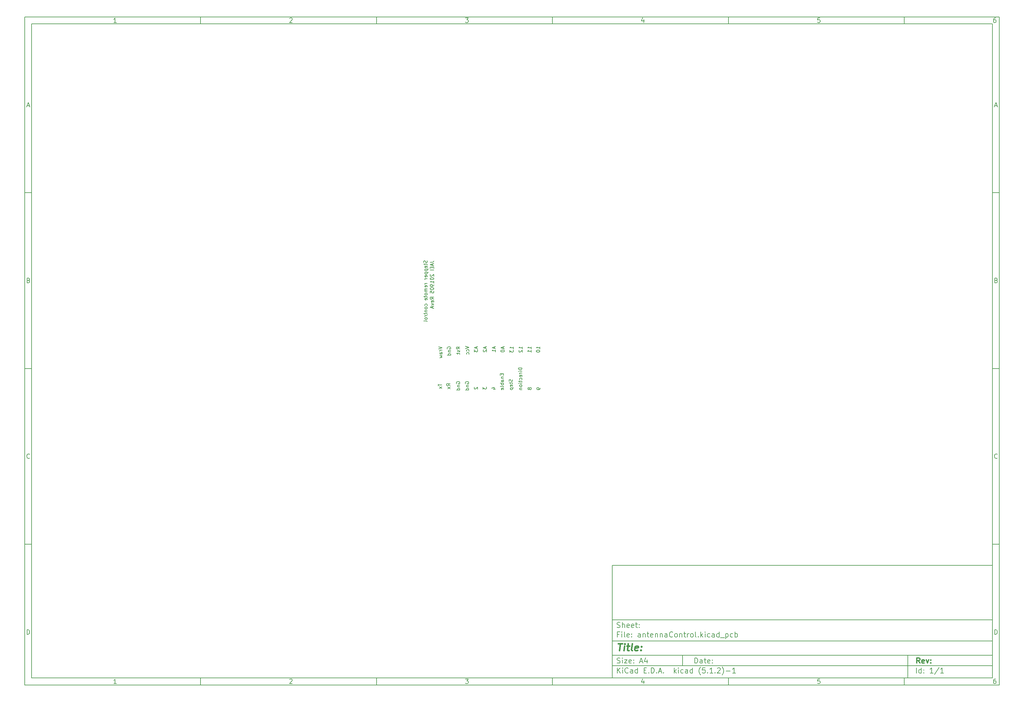
<source format=gbr>
G04 #@! TF.GenerationSoftware,KiCad,Pcbnew,(5.1.2)-1*
G04 #@! TF.CreationDate,2019-05-31T19:05:37+02:00*
G04 #@! TF.ProjectId,antennaControl,616e7465-6e6e-4614-936f-6e74726f6c2e,rev?*
G04 #@! TF.SameCoordinates,Original*
G04 #@! TF.FileFunction,Legend,Bot*
G04 #@! TF.FilePolarity,Positive*
%FSLAX46Y46*%
G04 Gerber Fmt 4.6, Leading zero omitted, Abs format (unit mm)*
G04 Created by KiCad (PCBNEW (5.1.2)-1) date 2019-05-31 19:05:37*
%MOMM*%
%LPD*%
G04 APERTURE LIST*
%ADD10C,0.100000*%
%ADD11C,0.150000*%
%ADD12C,0.300000*%
%ADD13C,0.400000*%
G04 APERTURE END LIST*
D10*
D11*
X177002200Y-166007200D02*
X177002200Y-198007200D01*
X285002200Y-198007200D01*
X285002200Y-166007200D01*
X177002200Y-166007200D01*
D10*
D11*
X10000000Y-10000000D02*
X10000000Y-200007200D01*
X287002200Y-200007200D01*
X287002200Y-10000000D01*
X10000000Y-10000000D01*
D10*
D11*
X12000000Y-12000000D02*
X12000000Y-198007200D01*
X285002200Y-198007200D01*
X285002200Y-12000000D01*
X12000000Y-12000000D01*
D10*
D11*
X60000000Y-12000000D02*
X60000000Y-10000000D01*
D10*
D11*
X110000000Y-12000000D02*
X110000000Y-10000000D01*
D10*
D11*
X160000000Y-12000000D02*
X160000000Y-10000000D01*
D10*
D11*
X210000000Y-12000000D02*
X210000000Y-10000000D01*
D10*
D11*
X260000000Y-12000000D02*
X260000000Y-10000000D01*
D10*
D11*
X36065476Y-11588095D02*
X35322619Y-11588095D01*
X35694047Y-11588095D02*
X35694047Y-10288095D01*
X35570238Y-10473809D01*
X35446428Y-10597619D01*
X35322619Y-10659523D01*
D10*
D11*
X85322619Y-10411904D02*
X85384523Y-10350000D01*
X85508333Y-10288095D01*
X85817857Y-10288095D01*
X85941666Y-10350000D01*
X86003571Y-10411904D01*
X86065476Y-10535714D01*
X86065476Y-10659523D01*
X86003571Y-10845238D01*
X85260714Y-11588095D01*
X86065476Y-11588095D01*
D10*
D11*
X135260714Y-10288095D02*
X136065476Y-10288095D01*
X135632142Y-10783333D01*
X135817857Y-10783333D01*
X135941666Y-10845238D01*
X136003571Y-10907142D01*
X136065476Y-11030952D01*
X136065476Y-11340476D01*
X136003571Y-11464285D01*
X135941666Y-11526190D01*
X135817857Y-11588095D01*
X135446428Y-11588095D01*
X135322619Y-11526190D01*
X135260714Y-11464285D01*
D10*
D11*
X185941666Y-10721428D02*
X185941666Y-11588095D01*
X185632142Y-10226190D02*
X185322619Y-11154761D01*
X186127380Y-11154761D01*
D10*
D11*
X236003571Y-10288095D02*
X235384523Y-10288095D01*
X235322619Y-10907142D01*
X235384523Y-10845238D01*
X235508333Y-10783333D01*
X235817857Y-10783333D01*
X235941666Y-10845238D01*
X236003571Y-10907142D01*
X236065476Y-11030952D01*
X236065476Y-11340476D01*
X236003571Y-11464285D01*
X235941666Y-11526190D01*
X235817857Y-11588095D01*
X235508333Y-11588095D01*
X235384523Y-11526190D01*
X235322619Y-11464285D01*
D10*
D11*
X285941666Y-10288095D02*
X285694047Y-10288095D01*
X285570238Y-10350000D01*
X285508333Y-10411904D01*
X285384523Y-10597619D01*
X285322619Y-10845238D01*
X285322619Y-11340476D01*
X285384523Y-11464285D01*
X285446428Y-11526190D01*
X285570238Y-11588095D01*
X285817857Y-11588095D01*
X285941666Y-11526190D01*
X286003571Y-11464285D01*
X286065476Y-11340476D01*
X286065476Y-11030952D01*
X286003571Y-10907142D01*
X285941666Y-10845238D01*
X285817857Y-10783333D01*
X285570238Y-10783333D01*
X285446428Y-10845238D01*
X285384523Y-10907142D01*
X285322619Y-11030952D01*
D10*
D11*
X60000000Y-198007200D02*
X60000000Y-200007200D01*
D10*
D11*
X110000000Y-198007200D02*
X110000000Y-200007200D01*
D10*
D11*
X160000000Y-198007200D02*
X160000000Y-200007200D01*
D10*
D11*
X210000000Y-198007200D02*
X210000000Y-200007200D01*
D10*
D11*
X260000000Y-198007200D02*
X260000000Y-200007200D01*
D10*
D11*
X36065476Y-199595295D02*
X35322619Y-199595295D01*
X35694047Y-199595295D02*
X35694047Y-198295295D01*
X35570238Y-198481009D01*
X35446428Y-198604819D01*
X35322619Y-198666723D01*
D10*
D11*
X85322619Y-198419104D02*
X85384523Y-198357200D01*
X85508333Y-198295295D01*
X85817857Y-198295295D01*
X85941666Y-198357200D01*
X86003571Y-198419104D01*
X86065476Y-198542914D01*
X86065476Y-198666723D01*
X86003571Y-198852438D01*
X85260714Y-199595295D01*
X86065476Y-199595295D01*
D10*
D11*
X135260714Y-198295295D02*
X136065476Y-198295295D01*
X135632142Y-198790533D01*
X135817857Y-198790533D01*
X135941666Y-198852438D01*
X136003571Y-198914342D01*
X136065476Y-199038152D01*
X136065476Y-199347676D01*
X136003571Y-199471485D01*
X135941666Y-199533390D01*
X135817857Y-199595295D01*
X135446428Y-199595295D01*
X135322619Y-199533390D01*
X135260714Y-199471485D01*
D10*
D11*
X185941666Y-198728628D02*
X185941666Y-199595295D01*
X185632142Y-198233390D02*
X185322619Y-199161961D01*
X186127380Y-199161961D01*
D10*
D11*
X236003571Y-198295295D02*
X235384523Y-198295295D01*
X235322619Y-198914342D01*
X235384523Y-198852438D01*
X235508333Y-198790533D01*
X235817857Y-198790533D01*
X235941666Y-198852438D01*
X236003571Y-198914342D01*
X236065476Y-199038152D01*
X236065476Y-199347676D01*
X236003571Y-199471485D01*
X235941666Y-199533390D01*
X235817857Y-199595295D01*
X235508333Y-199595295D01*
X235384523Y-199533390D01*
X235322619Y-199471485D01*
D10*
D11*
X285941666Y-198295295D02*
X285694047Y-198295295D01*
X285570238Y-198357200D01*
X285508333Y-198419104D01*
X285384523Y-198604819D01*
X285322619Y-198852438D01*
X285322619Y-199347676D01*
X285384523Y-199471485D01*
X285446428Y-199533390D01*
X285570238Y-199595295D01*
X285817857Y-199595295D01*
X285941666Y-199533390D01*
X286003571Y-199471485D01*
X286065476Y-199347676D01*
X286065476Y-199038152D01*
X286003571Y-198914342D01*
X285941666Y-198852438D01*
X285817857Y-198790533D01*
X285570238Y-198790533D01*
X285446428Y-198852438D01*
X285384523Y-198914342D01*
X285322619Y-199038152D01*
D10*
D11*
X10000000Y-60000000D02*
X12000000Y-60000000D01*
D10*
D11*
X10000000Y-110000000D02*
X12000000Y-110000000D01*
D10*
D11*
X10000000Y-160000000D02*
X12000000Y-160000000D01*
D10*
D11*
X10690476Y-35216666D02*
X11309523Y-35216666D01*
X10566666Y-35588095D02*
X11000000Y-34288095D01*
X11433333Y-35588095D01*
D10*
D11*
X11092857Y-84907142D02*
X11278571Y-84969047D01*
X11340476Y-85030952D01*
X11402380Y-85154761D01*
X11402380Y-85340476D01*
X11340476Y-85464285D01*
X11278571Y-85526190D01*
X11154761Y-85588095D01*
X10659523Y-85588095D01*
X10659523Y-84288095D01*
X11092857Y-84288095D01*
X11216666Y-84350000D01*
X11278571Y-84411904D01*
X11340476Y-84535714D01*
X11340476Y-84659523D01*
X11278571Y-84783333D01*
X11216666Y-84845238D01*
X11092857Y-84907142D01*
X10659523Y-84907142D01*
D10*
D11*
X11402380Y-135464285D02*
X11340476Y-135526190D01*
X11154761Y-135588095D01*
X11030952Y-135588095D01*
X10845238Y-135526190D01*
X10721428Y-135402380D01*
X10659523Y-135278571D01*
X10597619Y-135030952D01*
X10597619Y-134845238D01*
X10659523Y-134597619D01*
X10721428Y-134473809D01*
X10845238Y-134350000D01*
X11030952Y-134288095D01*
X11154761Y-134288095D01*
X11340476Y-134350000D01*
X11402380Y-134411904D01*
D10*
D11*
X10659523Y-185588095D02*
X10659523Y-184288095D01*
X10969047Y-184288095D01*
X11154761Y-184350000D01*
X11278571Y-184473809D01*
X11340476Y-184597619D01*
X11402380Y-184845238D01*
X11402380Y-185030952D01*
X11340476Y-185278571D01*
X11278571Y-185402380D01*
X11154761Y-185526190D01*
X10969047Y-185588095D01*
X10659523Y-185588095D01*
D10*
D11*
X287002200Y-60000000D02*
X285002200Y-60000000D01*
D10*
D11*
X287002200Y-110000000D02*
X285002200Y-110000000D01*
D10*
D11*
X287002200Y-160000000D02*
X285002200Y-160000000D01*
D10*
D11*
X285692676Y-35216666D02*
X286311723Y-35216666D01*
X285568866Y-35588095D02*
X286002200Y-34288095D01*
X286435533Y-35588095D01*
D10*
D11*
X286095057Y-84907142D02*
X286280771Y-84969047D01*
X286342676Y-85030952D01*
X286404580Y-85154761D01*
X286404580Y-85340476D01*
X286342676Y-85464285D01*
X286280771Y-85526190D01*
X286156961Y-85588095D01*
X285661723Y-85588095D01*
X285661723Y-84288095D01*
X286095057Y-84288095D01*
X286218866Y-84350000D01*
X286280771Y-84411904D01*
X286342676Y-84535714D01*
X286342676Y-84659523D01*
X286280771Y-84783333D01*
X286218866Y-84845238D01*
X286095057Y-84907142D01*
X285661723Y-84907142D01*
D10*
D11*
X286404580Y-135464285D02*
X286342676Y-135526190D01*
X286156961Y-135588095D01*
X286033152Y-135588095D01*
X285847438Y-135526190D01*
X285723628Y-135402380D01*
X285661723Y-135278571D01*
X285599819Y-135030952D01*
X285599819Y-134845238D01*
X285661723Y-134597619D01*
X285723628Y-134473809D01*
X285847438Y-134350000D01*
X286033152Y-134288095D01*
X286156961Y-134288095D01*
X286342676Y-134350000D01*
X286404580Y-134411904D01*
D10*
D11*
X285661723Y-185588095D02*
X285661723Y-184288095D01*
X285971247Y-184288095D01*
X286156961Y-184350000D01*
X286280771Y-184473809D01*
X286342676Y-184597619D01*
X286404580Y-184845238D01*
X286404580Y-185030952D01*
X286342676Y-185278571D01*
X286280771Y-185402380D01*
X286156961Y-185526190D01*
X285971247Y-185588095D01*
X285661723Y-185588095D01*
D10*
D11*
X200434342Y-193785771D02*
X200434342Y-192285771D01*
X200791485Y-192285771D01*
X201005771Y-192357200D01*
X201148628Y-192500057D01*
X201220057Y-192642914D01*
X201291485Y-192928628D01*
X201291485Y-193142914D01*
X201220057Y-193428628D01*
X201148628Y-193571485D01*
X201005771Y-193714342D01*
X200791485Y-193785771D01*
X200434342Y-193785771D01*
X202577200Y-193785771D02*
X202577200Y-193000057D01*
X202505771Y-192857200D01*
X202362914Y-192785771D01*
X202077200Y-192785771D01*
X201934342Y-192857200D01*
X202577200Y-193714342D02*
X202434342Y-193785771D01*
X202077200Y-193785771D01*
X201934342Y-193714342D01*
X201862914Y-193571485D01*
X201862914Y-193428628D01*
X201934342Y-193285771D01*
X202077200Y-193214342D01*
X202434342Y-193214342D01*
X202577200Y-193142914D01*
X203077200Y-192785771D02*
X203648628Y-192785771D01*
X203291485Y-192285771D02*
X203291485Y-193571485D01*
X203362914Y-193714342D01*
X203505771Y-193785771D01*
X203648628Y-193785771D01*
X204720057Y-193714342D02*
X204577200Y-193785771D01*
X204291485Y-193785771D01*
X204148628Y-193714342D01*
X204077200Y-193571485D01*
X204077200Y-193000057D01*
X204148628Y-192857200D01*
X204291485Y-192785771D01*
X204577200Y-192785771D01*
X204720057Y-192857200D01*
X204791485Y-193000057D01*
X204791485Y-193142914D01*
X204077200Y-193285771D01*
X205434342Y-193642914D02*
X205505771Y-193714342D01*
X205434342Y-193785771D01*
X205362914Y-193714342D01*
X205434342Y-193642914D01*
X205434342Y-193785771D01*
X205434342Y-192857200D02*
X205505771Y-192928628D01*
X205434342Y-193000057D01*
X205362914Y-192928628D01*
X205434342Y-192857200D01*
X205434342Y-193000057D01*
D10*
D11*
X177002200Y-194507200D02*
X285002200Y-194507200D01*
D10*
D11*
X178434342Y-196585771D02*
X178434342Y-195085771D01*
X179291485Y-196585771D02*
X178648628Y-195728628D01*
X179291485Y-195085771D02*
X178434342Y-195942914D01*
X179934342Y-196585771D02*
X179934342Y-195585771D01*
X179934342Y-195085771D02*
X179862914Y-195157200D01*
X179934342Y-195228628D01*
X180005771Y-195157200D01*
X179934342Y-195085771D01*
X179934342Y-195228628D01*
X181505771Y-196442914D02*
X181434342Y-196514342D01*
X181220057Y-196585771D01*
X181077200Y-196585771D01*
X180862914Y-196514342D01*
X180720057Y-196371485D01*
X180648628Y-196228628D01*
X180577200Y-195942914D01*
X180577200Y-195728628D01*
X180648628Y-195442914D01*
X180720057Y-195300057D01*
X180862914Y-195157200D01*
X181077200Y-195085771D01*
X181220057Y-195085771D01*
X181434342Y-195157200D01*
X181505771Y-195228628D01*
X182791485Y-196585771D02*
X182791485Y-195800057D01*
X182720057Y-195657200D01*
X182577200Y-195585771D01*
X182291485Y-195585771D01*
X182148628Y-195657200D01*
X182791485Y-196514342D02*
X182648628Y-196585771D01*
X182291485Y-196585771D01*
X182148628Y-196514342D01*
X182077200Y-196371485D01*
X182077200Y-196228628D01*
X182148628Y-196085771D01*
X182291485Y-196014342D01*
X182648628Y-196014342D01*
X182791485Y-195942914D01*
X184148628Y-196585771D02*
X184148628Y-195085771D01*
X184148628Y-196514342D02*
X184005771Y-196585771D01*
X183720057Y-196585771D01*
X183577200Y-196514342D01*
X183505771Y-196442914D01*
X183434342Y-196300057D01*
X183434342Y-195871485D01*
X183505771Y-195728628D01*
X183577200Y-195657200D01*
X183720057Y-195585771D01*
X184005771Y-195585771D01*
X184148628Y-195657200D01*
X186005771Y-195800057D02*
X186505771Y-195800057D01*
X186720057Y-196585771D02*
X186005771Y-196585771D01*
X186005771Y-195085771D01*
X186720057Y-195085771D01*
X187362914Y-196442914D02*
X187434342Y-196514342D01*
X187362914Y-196585771D01*
X187291485Y-196514342D01*
X187362914Y-196442914D01*
X187362914Y-196585771D01*
X188077200Y-196585771D02*
X188077200Y-195085771D01*
X188434342Y-195085771D01*
X188648628Y-195157200D01*
X188791485Y-195300057D01*
X188862914Y-195442914D01*
X188934342Y-195728628D01*
X188934342Y-195942914D01*
X188862914Y-196228628D01*
X188791485Y-196371485D01*
X188648628Y-196514342D01*
X188434342Y-196585771D01*
X188077200Y-196585771D01*
X189577200Y-196442914D02*
X189648628Y-196514342D01*
X189577200Y-196585771D01*
X189505771Y-196514342D01*
X189577200Y-196442914D01*
X189577200Y-196585771D01*
X190220057Y-196157200D02*
X190934342Y-196157200D01*
X190077200Y-196585771D02*
X190577200Y-195085771D01*
X191077200Y-196585771D01*
X191577200Y-196442914D02*
X191648628Y-196514342D01*
X191577200Y-196585771D01*
X191505771Y-196514342D01*
X191577200Y-196442914D01*
X191577200Y-196585771D01*
X194577200Y-196585771D02*
X194577200Y-195085771D01*
X194720057Y-196014342D02*
X195148628Y-196585771D01*
X195148628Y-195585771D02*
X194577200Y-196157200D01*
X195791485Y-196585771D02*
X195791485Y-195585771D01*
X195791485Y-195085771D02*
X195720057Y-195157200D01*
X195791485Y-195228628D01*
X195862914Y-195157200D01*
X195791485Y-195085771D01*
X195791485Y-195228628D01*
X197148628Y-196514342D02*
X197005771Y-196585771D01*
X196720057Y-196585771D01*
X196577200Y-196514342D01*
X196505771Y-196442914D01*
X196434342Y-196300057D01*
X196434342Y-195871485D01*
X196505771Y-195728628D01*
X196577200Y-195657200D01*
X196720057Y-195585771D01*
X197005771Y-195585771D01*
X197148628Y-195657200D01*
X198434342Y-196585771D02*
X198434342Y-195800057D01*
X198362914Y-195657200D01*
X198220057Y-195585771D01*
X197934342Y-195585771D01*
X197791485Y-195657200D01*
X198434342Y-196514342D02*
X198291485Y-196585771D01*
X197934342Y-196585771D01*
X197791485Y-196514342D01*
X197720057Y-196371485D01*
X197720057Y-196228628D01*
X197791485Y-196085771D01*
X197934342Y-196014342D01*
X198291485Y-196014342D01*
X198434342Y-195942914D01*
X199791485Y-196585771D02*
X199791485Y-195085771D01*
X199791485Y-196514342D02*
X199648628Y-196585771D01*
X199362914Y-196585771D01*
X199220057Y-196514342D01*
X199148628Y-196442914D01*
X199077200Y-196300057D01*
X199077200Y-195871485D01*
X199148628Y-195728628D01*
X199220057Y-195657200D01*
X199362914Y-195585771D01*
X199648628Y-195585771D01*
X199791485Y-195657200D01*
X202077200Y-197157200D02*
X202005771Y-197085771D01*
X201862914Y-196871485D01*
X201791485Y-196728628D01*
X201720057Y-196514342D01*
X201648628Y-196157200D01*
X201648628Y-195871485D01*
X201720057Y-195514342D01*
X201791485Y-195300057D01*
X201862914Y-195157200D01*
X202005771Y-194942914D01*
X202077200Y-194871485D01*
X203362914Y-195085771D02*
X202648628Y-195085771D01*
X202577200Y-195800057D01*
X202648628Y-195728628D01*
X202791485Y-195657200D01*
X203148628Y-195657200D01*
X203291485Y-195728628D01*
X203362914Y-195800057D01*
X203434342Y-195942914D01*
X203434342Y-196300057D01*
X203362914Y-196442914D01*
X203291485Y-196514342D01*
X203148628Y-196585771D01*
X202791485Y-196585771D01*
X202648628Y-196514342D01*
X202577200Y-196442914D01*
X204077200Y-196442914D02*
X204148628Y-196514342D01*
X204077200Y-196585771D01*
X204005771Y-196514342D01*
X204077200Y-196442914D01*
X204077200Y-196585771D01*
X205577200Y-196585771D02*
X204720057Y-196585771D01*
X205148628Y-196585771D02*
X205148628Y-195085771D01*
X205005771Y-195300057D01*
X204862914Y-195442914D01*
X204720057Y-195514342D01*
X206220057Y-196442914D02*
X206291485Y-196514342D01*
X206220057Y-196585771D01*
X206148628Y-196514342D01*
X206220057Y-196442914D01*
X206220057Y-196585771D01*
X206862914Y-195228628D02*
X206934342Y-195157200D01*
X207077200Y-195085771D01*
X207434342Y-195085771D01*
X207577200Y-195157200D01*
X207648628Y-195228628D01*
X207720057Y-195371485D01*
X207720057Y-195514342D01*
X207648628Y-195728628D01*
X206791485Y-196585771D01*
X207720057Y-196585771D01*
X208220057Y-197157200D02*
X208291485Y-197085771D01*
X208434342Y-196871485D01*
X208505771Y-196728628D01*
X208577200Y-196514342D01*
X208648628Y-196157200D01*
X208648628Y-195871485D01*
X208577200Y-195514342D01*
X208505771Y-195300057D01*
X208434342Y-195157200D01*
X208291485Y-194942914D01*
X208220057Y-194871485D01*
X209362914Y-196014342D02*
X210505771Y-196014342D01*
X212005771Y-196585771D02*
X211148628Y-196585771D01*
X211577200Y-196585771D02*
X211577200Y-195085771D01*
X211434342Y-195300057D01*
X211291485Y-195442914D01*
X211148628Y-195514342D01*
D10*
D11*
X177002200Y-191507200D02*
X285002200Y-191507200D01*
D10*
D12*
X264411485Y-193785771D02*
X263911485Y-193071485D01*
X263554342Y-193785771D02*
X263554342Y-192285771D01*
X264125771Y-192285771D01*
X264268628Y-192357200D01*
X264340057Y-192428628D01*
X264411485Y-192571485D01*
X264411485Y-192785771D01*
X264340057Y-192928628D01*
X264268628Y-193000057D01*
X264125771Y-193071485D01*
X263554342Y-193071485D01*
X265625771Y-193714342D02*
X265482914Y-193785771D01*
X265197200Y-193785771D01*
X265054342Y-193714342D01*
X264982914Y-193571485D01*
X264982914Y-193000057D01*
X265054342Y-192857200D01*
X265197200Y-192785771D01*
X265482914Y-192785771D01*
X265625771Y-192857200D01*
X265697200Y-193000057D01*
X265697200Y-193142914D01*
X264982914Y-193285771D01*
X266197200Y-192785771D02*
X266554342Y-193785771D01*
X266911485Y-192785771D01*
X267482914Y-193642914D02*
X267554342Y-193714342D01*
X267482914Y-193785771D01*
X267411485Y-193714342D01*
X267482914Y-193642914D01*
X267482914Y-193785771D01*
X267482914Y-192857200D02*
X267554342Y-192928628D01*
X267482914Y-193000057D01*
X267411485Y-192928628D01*
X267482914Y-192857200D01*
X267482914Y-193000057D01*
D10*
D11*
X178362914Y-193714342D02*
X178577200Y-193785771D01*
X178934342Y-193785771D01*
X179077200Y-193714342D01*
X179148628Y-193642914D01*
X179220057Y-193500057D01*
X179220057Y-193357200D01*
X179148628Y-193214342D01*
X179077200Y-193142914D01*
X178934342Y-193071485D01*
X178648628Y-193000057D01*
X178505771Y-192928628D01*
X178434342Y-192857200D01*
X178362914Y-192714342D01*
X178362914Y-192571485D01*
X178434342Y-192428628D01*
X178505771Y-192357200D01*
X178648628Y-192285771D01*
X179005771Y-192285771D01*
X179220057Y-192357200D01*
X179862914Y-193785771D02*
X179862914Y-192785771D01*
X179862914Y-192285771D02*
X179791485Y-192357200D01*
X179862914Y-192428628D01*
X179934342Y-192357200D01*
X179862914Y-192285771D01*
X179862914Y-192428628D01*
X180434342Y-192785771D02*
X181220057Y-192785771D01*
X180434342Y-193785771D01*
X181220057Y-193785771D01*
X182362914Y-193714342D02*
X182220057Y-193785771D01*
X181934342Y-193785771D01*
X181791485Y-193714342D01*
X181720057Y-193571485D01*
X181720057Y-193000057D01*
X181791485Y-192857200D01*
X181934342Y-192785771D01*
X182220057Y-192785771D01*
X182362914Y-192857200D01*
X182434342Y-193000057D01*
X182434342Y-193142914D01*
X181720057Y-193285771D01*
X183077200Y-193642914D02*
X183148628Y-193714342D01*
X183077200Y-193785771D01*
X183005771Y-193714342D01*
X183077200Y-193642914D01*
X183077200Y-193785771D01*
X183077200Y-192857200D02*
X183148628Y-192928628D01*
X183077200Y-193000057D01*
X183005771Y-192928628D01*
X183077200Y-192857200D01*
X183077200Y-193000057D01*
X184862914Y-193357200D02*
X185577200Y-193357200D01*
X184720057Y-193785771D02*
X185220057Y-192285771D01*
X185720057Y-193785771D01*
X186862914Y-192785771D02*
X186862914Y-193785771D01*
X186505771Y-192214342D02*
X186148628Y-193285771D01*
X187077200Y-193285771D01*
D10*
D11*
X263434342Y-196585771D02*
X263434342Y-195085771D01*
X264791485Y-196585771D02*
X264791485Y-195085771D01*
X264791485Y-196514342D02*
X264648628Y-196585771D01*
X264362914Y-196585771D01*
X264220057Y-196514342D01*
X264148628Y-196442914D01*
X264077200Y-196300057D01*
X264077200Y-195871485D01*
X264148628Y-195728628D01*
X264220057Y-195657200D01*
X264362914Y-195585771D01*
X264648628Y-195585771D01*
X264791485Y-195657200D01*
X265505771Y-196442914D02*
X265577200Y-196514342D01*
X265505771Y-196585771D01*
X265434342Y-196514342D01*
X265505771Y-196442914D01*
X265505771Y-196585771D01*
X265505771Y-195657200D02*
X265577200Y-195728628D01*
X265505771Y-195800057D01*
X265434342Y-195728628D01*
X265505771Y-195657200D01*
X265505771Y-195800057D01*
X268148628Y-196585771D02*
X267291485Y-196585771D01*
X267720057Y-196585771D02*
X267720057Y-195085771D01*
X267577200Y-195300057D01*
X267434342Y-195442914D01*
X267291485Y-195514342D01*
X269862914Y-195014342D02*
X268577200Y-196942914D01*
X271148628Y-196585771D02*
X270291485Y-196585771D01*
X270720057Y-196585771D02*
X270720057Y-195085771D01*
X270577200Y-195300057D01*
X270434342Y-195442914D01*
X270291485Y-195514342D01*
D10*
D11*
X177002200Y-187507200D02*
X285002200Y-187507200D01*
D10*
D13*
X178714580Y-188211961D02*
X179857438Y-188211961D01*
X179036009Y-190211961D02*
X179286009Y-188211961D01*
X180274104Y-190211961D02*
X180440771Y-188878628D01*
X180524104Y-188211961D02*
X180416961Y-188307200D01*
X180500295Y-188402438D01*
X180607438Y-188307200D01*
X180524104Y-188211961D01*
X180500295Y-188402438D01*
X181107438Y-188878628D02*
X181869342Y-188878628D01*
X181476485Y-188211961D02*
X181262200Y-189926247D01*
X181333628Y-190116723D01*
X181512200Y-190211961D01*
X181702676Y-190211961D01*
X182655057Y-190211961D02*
X182476485Y-190116723D01*
X182405057Y-189926247D01*
X182619342Y-188211961D01*
X184190771Y-190116723D02*
X183988390Y-190211961D01*
X183607438Y-190211961D01*
X183428866Y-190116723D01*
X183357438Y-189926247D01*
X183452676Y-189164342D01*
X183571723Y-188973866D01*
X183774104Y-188878628D01*
X184155057Y-188878628D01*
X184333628Y-188973866D01*
X184405057Y-189164342D01*
X184381247Y-189354819D01*
X183405057Y-189545295D01*
X185155057Y-190021485D02*
X185238390Y-190116723D01*
X185131247Y-190211961D01*
X185047914Y-190116723D01*
X185155057Y-190021485D01*
X185131247Y-190211961D01*
X185286009Y-188973866D02*
X185369342Y-189069104D01*
X185262200Y-189164342D01*
X185178866Y-189069104D01*
X185286009Y-188973866D01*
X185262200Y-189164342D01*
D10*
D11*
X178934342Y-185600057D02*
X178434342Y-185600057D01*
X178434342Y-186385771D02*
X178434342Y-184885771D01*
X179148628Y-184885771D01*
X179720057Y-186385771D02*
X179720057Y-185385771D01*
X179720057Y-184885771D02*
X179648628Y-184957200D01*
X179720057Y-185028628D01*
X179791485Y-184957200D01*
X179720057Y-184885771D01*
X179720057Y-185028628D01*
X180648628Y-186385771D02*
X180505771Y-186314342D01*
X180434342Y-186171485D01*
X180434342Y-184885771D01*
X181791485Y-186314342D02*
X181648628Y-186385771D01*
X181362914Y-186385771D01*
X181220057Y-186314342D01*
X181148628Y-186171485D01*
X181148628Y-185600057D01*
X181220057Y-185457200D01*
X181362914Y-185385771D01*
X181648628Y-185385771D01*
X181791485Y-185457200D01*
X181862914Y-185600057D01*
X181862914Y-185742914D01*
X181148628Y-185885771D01*
X182505771Y-186242914D02*
X182577200Y-186314342D01*
X182505771Y-186385771D01*
X182434342Y-186314342D01*
X182505771Y-186242914D01*
X182505771Y-186385771D01*
X182505771Y-185457200D02*
X182577200Y-185528628D01*
X182505771Y-185600057D01*
X182434342Y-185528628D01*
X182505771Y-185457200D01*
X182505771Y-185600057D01*
X185005771Y-186385771D02*
X185005771Y-185600057D01*
X184934342Y-185457200D01*
X184791485Y-185385771D01*
X184505771Y-185385771D01*
X184362914Y-185457200D01*
X185005771Y-186314342D02*
X184862914Y-186385771D01*
X184505771Y-186385771D01*
X184362914Y-186314342D01*
X184291485Y-186171485D01*
X184291485Y-186028628D01*
X184362914Y-185885771D01*
X184505771Y-185814342D01*
X184862914Y-185814342D01*
X185005771Y-185742914D01*
X185720057Y-185385771D02*
X185720057Y-186385771D01*
X185720057Y-185528628D02*
X185791485Y-185457200D01*
X185934342Y-185385771D01*
X186148628Y-185385771D01*
X186291485Y-185457200D01*
X186362914Y-185600057D01*
X186362914Y-186385771D01*
X186862914Y-185385771D02*
X187434342Y-185385771D01*
X187077200Y-184885771D02*
X187077200Y-186171485D01*
X187148628Y-186314342D01*
X187291485Y-186385771D01*
X187434342Y-186385771D01*
X188505771Y-186314342D02*
X188362914Y-186385771D01*
X188077200Y-186385771D01*
X187934342Y-186314342D01*
X187862914Y-186171485D01*
X187862914Y-185600057D01*
X187934342Y-185457200D01*
X188077200Y-185385771D01*
X188362914Y-185385771D01*
X188505771Y-185457200D01*
X188577200Y-185600057D01*
X188577200Y-185742914D01*
X187862914Y-185885771D01*
X189220057Y-185385771D02*
X189220057Y-186385771D01*
X189220057Y-185528628D02*
X189291485Y-185457200D01*
X189434342Y-185385771D01*
X189648628Y-185385771D01*
X189791485Y-185457200D01*
X189862914Y-185600057D01*
X189862914Y-186385771D01*
X190577200Y-185385771D02*
X190577200Y-186385771D01*
X190577200Y-185528628D02*
X190648628Y-185457200D01*
X190791485Y-185385771D01*
X191005771Y-185385771D01*
X191148628Y-185457200D01*
X191220057Y-185600057D01*
X191220057Y-186385771D01*
X192577200Y-186385771D02*
X192577200Y-185600057D01*
X192505771Y-185457200D01*
X192362914Y-185385771D01*
X192077200Y-185385771D01*
X191934342Y-185457200D01*
X192577200Y-186314342D02*
X192434342Y-186385771D01*
X192077200Y-186385771D01*
X191934342Y-186314342D01*
X191862914Y-186171485D01*
X191862914Y-186028628D01*
X191934342Y-185885771D01*
X192077200Y-185814342D01*
X192434342Y-185814342D01*
X192577200Y-185742914D01*
X194148628Y-186242914D02*
X194077200Y-186314342D01*
X193862914Y-186385771D01*
X193720057Y-186385771D01*
X193505771Y-186314342D01*
X193362914Y-186171485D01*
X193291485Y-186028628D01*
X193220057Y-185742914D01*
X193220057Y-185528628D01*
X193291485Y-185242914D01*
X193362914Y-185100057D01*
X193505771Y-184957200D01*
X193720057Y-184885771D01*
X193862914Y-184885771D01*
X194077200Y-184957200D01*
X194148628Y-185028628D01*
X195005771Y-186385771D02*
X194862914Y-186314342D01*
X194791485Y-186242914D01*
X194720057Y-186100057D01*
X194720057Y-185671485D01*
X194791485Y-185528628D01*
X194862914Y-185457200D01*
X195005771Y-185385771D01*
X195220057Y-185385771D01*
X195362914Y-185457200D01*
X195434342Y-185528628D01*
X195505771Y-185671485D01*
X195505771Y-186100057D01*
X195434342Y-186242914D01*
X195362914Y-186314342D01*
X195220057Y-186385771D01*
X195005771Y-186385771D01*
X196148628Y-185385771D02*
X196148628Y-186385771D01*
X196148628Y-185528628D02*
X196220057Y-185457200D01*
X196362914Y-185385771D01*
X196577200Y-185385771D01*
X196720057Y-185457200D01*
X196791485Y-185600057D01*
X196791485Y-186385771D01*
X197291485Y-185385771D02*
X197862914Y-185385771D01*
X197505771Y-184885771D02*
X197505771Y-186171485D01*
X197577200Y-186314342D01*
X197720057Y-186385771D01*
X197862914Y-186385771D01*
X198362914Y-186385771D02*
X198362914Y-185385771D01*
X198362914Y-185671485D02*
X198434342Y-185528628D01*
X198505771Y-185457200D01*
X198648628Y-185385771D01*
X198791485Y-185385771D01*
X199505771Y-186385771D02*
X199362914Y-186314342D01*
X199291485Y-186242914D01*
X199220057Y-186100057D01*
X199220057Y-185671485D01*
X199291485Y-185528628D01*
X199362914Y-185457200D01*
X199505771Y-185385771D01*
X199720057Y-185385771D01*
X199862914Y-185457200D01*
X199934342Y-185528628D01*
X200005771Y-185671485D01*
X200005771Y-186100057D01*
X199934342Y-186242914D01*
X199862914Y-186314342D01*
X199720057Y-186385771D01*
X199505771Y-186385771D01*
X200862914Y-186385771D02*
X200720057Y-186314342D01*
X200648628Y-186171485D01*
X200648628Y-184885771D01*
X201434342Y-186242914D02*
X201505771Y-186314342D01*
X201434342Y-186385771D01*
X201362914Y-186314342D01*
X201434342Y-186242914D01*
X201434342Y-186385771D01*
X202148628Y-186385771D02*
X202148628Y-184885771D01*
X202291485Y-185814342D02*
X202720057Y-186385771D01*
X202720057Y-185385771D02*
X202148628Y-185957200D01*
X203362914Y-186385771D02*
X203362914Y-185385771D01*
X203362914Y-184885771D02*
X203291485Y-184957200D01*
X203362914Y-185028628D01*
X203434342Y-184957200D01*
X203362914Y-184885771D01*
X203362914Y-185028628D01*
X204720057Y-186314342D02*
X204577200Y-186385771D01*
X204291485Y-186385771D01*
X204148628Y-186314342D01*
X204077200Y-186242914D01*
X204005771Y-186100057D01*
X204005771Y-185671485D01*
X204077200Y-185528628D01*
X204148628Y-185457200D01*
X204291485Y-185385771D01*
X204577200Y-185385771D01*
X204720057Y-185457200D01*
X206005771Y-186385771D02*
X206005771Y-185600057D01*
X205934342Y-185457200D01*
X205791485Y-185385771D01*
X205505771Y-185385771D01*
X205362914Y-185457200D01*
X206005771Y-186314342D02*
X205862914Y-186385771D01*
X205505771Y-186385771D01*
X205362914Y-186314342D01*
X205291485Y-186171485D01*
X205291485Y-186028628D01*
X205362914Y-185885771D01*
X205505771Y-185814342D01*
X205862914Y-185814342D01*
X206005771Y-185742914D01*
X207362914Y-186385771D02*
X207362914Y-184885771D01*
X207362914Y-186314342D02*
X207220057Y-186385771D01*
X206934342Y-186385771D01*
X206791485Y-186314342D01*
X206720057Y-186242914D01*
X206648628Y-186100057D01*
X206648628Y-185671485D01*
X206720057Y-185528628D01*
X206791485Y-185457200D01*
X206934342Y-185385771D01*
X207220057Y-185385771D01*
X207362914Y-185457200D01*
X207720057Y-186528628D02*
X208862914Y-186528628D01*
X209220057Y-185385771D02*
X209220057Y-186885771D01*
X209220057Y-185457200D02*
X209362914Y-185385771D01*
X209648628Y-185385771D01*
X209791485Y-185457200D01*
X209862914Y-185528628D01*
X209934342Y-185671485D01*
X209934342Y-186100057D01*
X209862914Y-186242914D01*
X209791485Y-186314342D01*
X209648628Y-186385771D01*
X209362914Y-186385771D01*
X209220057Y-186314342D01*
X211220057Y-186314342D02*
X211077200Y-186385771D01*
X210791485Y-186385771D01*
X210648628Y-186314342D01*
X210577200Y-186242914D01*
X210505771Y-186100057D01*
X210505771Y-185671485D01*
X210577200Y-185528628D01*
X210648628Y-185457200D01*
X210791485Y-185385771D01*
X211077200Y-185385771D01*
X211220057Y-185457200D01*
X211862914Y-186385771D02*
X211862914Y-184885771D01*
X211862914Y-185457200D02*
X212005771Y-185385771D01*
X212291485Y-185385771D01*
X212434342Y-185457200D01*
X212505771Y-185528628D01*
X212577200Y-185671485D01*
X212577200Y-186100057D01*
X212505771Y-186242914D01*
X212434342Y-186314342D01*
X212291485Y-186385771D01*
X212005771Y-186385771D01*
X211862914Y-186314342D01*
D10*
D11*
X177002200Y-181507200D02*
X285002200Y-181507200D01*
D10*
D11*
X178362914Y-183614342D02*
X178577200Y-183685771D01*
X178934342Y-183685771D01*
X179077200Y-183614342D01*
X179148628Y-183542914D01*
X179220057Y-183400057D01*
X179220057Y-183257200D01*
X179148628Y-183114342D01*
X179077200Y-183042914D01*
X178934342Y-182971485D01*
X178648628Y-182900057D01*
X178505771Y-182828628D01*
X178434342Y-182757200D01*
X178362914Y-182614342D01*
X178362914Y-182471485D01*
X178434342Y-182328628D01*
X178505771Y-182257200D01*
X178648628Y-182185771D01*
X179005771Y-182185771D01*
X179220057Y-182257200D01*
X179862914Y-183685771D02*
X179862914Y-182185771D01*
X180505771Y-183685771D02*
X180505771Y-182900057D01*
X180434342Y-182757200D01*
X180291485Y-182685771D01*
X180077200Y-182685771D01*
X179934342Y-182757200D01*
X179862914Y-182828628D01*
X181791485Y-183614342D02*
X181648628Y-183685771D01*
X181362914Y-183685771D01*
X181220057Y-183614342D01*
X181148628Y-183471485D01*
X181148628Y-182900057D01*
X181220057Y-182757200D01*
X181362914Y-182685771D01*
X181648628Y-182685771D01*
X181791485Y-182757200D01*
X181862914Y-182900057D01*
X181862914Y-183042914D01*
X181148628Y-183185771D01*
X183077200Y-183614342D02*
X182934342Y-183685771D01*
X182648628Y-183685771D01*
X182505771Y-183614342D01*
X182434342Y-183471485D01*
X182434342Y-182900057D01*
X182505771Y-182757200D01*
X182648628Y-182685771D01*
X182934342Y-182685771D01*
X183077200Y-182757200D01*
X183148628Y-182900057D01*
X183148628Y-183042914D01*
X182434342Y-183185771D01*
X183577200Y-182685771D02*
X184148628Y-182685771D01*
X183791485Y-182185771D02*
X183791485Y-183471485D01*
X183862914Y-183614342D01*
X184005771Y-183685771D01*
X184148628Y-183685771D01*
X184648628Y-183542914D02*
X184720057Y-183614342D01*
X184648628Y-183685771D01*
X184577200Y-183614342D01*
X184648628Y-183542914D01*
X184648628Y-183685771D01*
X184648628Y-182757200D02*
X184720057Y-182828628D01*
X184648628Y-182900057D01*
X184577200Y-182828628D01*
X184648628Y-182757200D01*
X184648628Y-182900057D01*
D10*
D11*
X197002200Y-191507200D02*
X197002200Y-194507200D01*
D10*
D11*
X261002200Y-191507200D02*
X261002200Y-198007200D01*
X127658880Y-103790952D02*
X128658880Y-104124285D01*
X127658880Y-104457619D01*
X128658880Y-104790952D02*
X127992214Y-104790952D01*
X128182690Y-104790952D02*
X128087452Y-104838571D01*
X128039833Y-104886190D01*
X127992214Y-104981428D01*
X127992214Y-105076666D01*
X128658880Y-105838571D02*
X128135071Y-105838571D01*
X128039833Y-105790952D01*
X127992214Y-105695714D01*
X127992214Y-105505238D01*
X128039833Y-105410000D01*
X128611261Y-105838571D02*
X128658880Y-105743333D01*
X128658880Y-105505238D01*
X128611261Y-105410000D01*
X128516023Y-105362380D01*
X128420785Y-105362380D01*
X128325547Y-105410000D01*
X128277928Y-105505238D01*
X128277928Y-105743333D01*
X128230309Y-105838571D01*
X127992214Y-106219523D02*
X128658880Y-106410000D01*
X128182690Y-106600476D01*
X128658880Y-106790952D01*
X127992214Y-106981428D01*
X156535380Y-115506523D02*
X156535380Y-115697000D01*
X156487761Y-115792238D01*
X156440142Y-115839857D01*
X156297285Y-115935095D01*
X156106809Y-115982714D01*
X155725857Y-115982714D01*
X155630619Y-115935095D01*
X155583000Y-115887476D01*
X155535380Y-115792238D01*
X155535380Y-115601761D01*
X155583000Y-115506523D01*
X155630619Y-115458904D01*
X155725857Y-115411285D01*
X155963952Y-115411285D01*
X156059190Y-115458904D01*
X156106809Y-115506523D01*
X156154428Y-115601761D01*
X156154428Y-115792238D01*
X156106809Y-115887476D01*
X156059190Y-115935095D01*
X155963952Y-115982714D01*
X153423952Y-115601761D02*
X153376333Y-115506523D01*
X153328714Y-115458904D01*
X153233476Y-115411285D01*
X153185857Y-115411285D01*
X153090619Y-115458904D01*
X153043000Y-115506523D01*
X152995380Y-115601761D01*
X152995380Y-115792238D01*
X153043000Y-115887476D01*
X153090619Y-115935095D01*
X153185857Y-115982714D01*
X153233476Y-115982714D01*
X153328714Y-115935095D01*
X153376333Y-115887476D01*
X153423952Y-115792238D01*
X153423952Y-115601761D01*
X153471571Y-115506523D01*
X153519190Y-115458904D01*
X153614428Y-115411285D01*
X153804904Y-115411285D01*
X153900142Y-115458904D01*
X153947761Y-115506523D01*
X153995380Y-115601761D01*
X153995380Y-115792238D01*
X153947761Y-115887476D01*
X153900142Y-115935095D01*
X153804904Y-115982714D01*
X153614428Y-115982714D01*
X153519190Y-115935095D01*
X153471571Y-115887476D01*
X153423952Y-115792238D01*
X151328380Y-109807761D02*
X150328380Y-109807761D01*
X150328380Y-110045857D01*
X150376000Y-110188714D01*
X150471238Y-110283952D01*
X150566476Y-110331571D01*
X150756952Y-110379190D01*
X150899809Y-110379190D01*
X151090285Y-110331571D01*
X151185523Y-110283952D01*
X151280761Y-110188714D01*
X151328380Y-110045857D01*
X151328380Y-109807761D01*
X151328380Y-110807761D02*
X150661714Y-110807761D01*
X150328380Y-110807761D02*
X150376000Y-110760142D01*
X150423619Y-110807761D01*
X150376000Y-110855380D01*
X150328380Y-110807761D01*
X150423619Y-110807761D01*
X151328380Y-111283952D02*
X150661714Y-111283952D01*
X150852190Y-111283952D02*
X150756952Y-111331571D01*
X150709333Y-111379190D01*
X150661714Y-111474428D01*
X150661714Y-111569666D01*
X151280761Y-112283952D02*
X151328380Y-112188714D01*
X151328380Y-111998238D01*
X151280761Y-111903000D01*
X151185523Y-111855380D01*
X150804571Y-111855380D01*
X150709333Y-111903000D01*
X150661714Y-111998238D01*
X150661714Y-112188714D01*
X150709333Y-112283952D01*
X150804571Y-112331571D01*
X150899809Y-112331571D01*
X150995047Y-111855380D01*
X151280761Y-113188714D02*
X151328380Y-113093476D01*
X151328380Y-112903000D01*
X151280761Y-112807761D01*
X151233142Y-112760142D01*
X151137904Y-112712523D01*
X150852190Y-112712523D01*
X150756952Y-112760142D01*
X150709333Y-112807761D01*
X150661714Y-112903000D01*
X150661714Y-113093476D01*
X150709333Y-113188714D01*
X150661714Y-113474428D02*
X150661714Y-113855380D01*
X150328380Y-113617285D02*
X151185523Y-113617285D01*
X151280761Y-113664904D01*
X151328380Y-113760142D01*
X151328380Y-113855380D01*
X151328380Y-114188714D02*
X150661714Y-114188714D01*
X150328380Y-114188714D02*
X150376000Y-114141095D01*
X150423619Y-114188714D01*
X150376000Y-114236333D01*
X150328380Y-114188714D01*
X150423619Y-114188714D01*
X151328380Y-114807761D02*
X151280761Y-114712523D01*
X151233142Y-114664904D01*
X151137904Y-114617285D01*
X150852190Y-114617285D01*
X150756952Y-114664904D01*
X150709333Y-114712523D01*
X150661714Y-114807761D01*
X150661714Y-114950619D01*
X150709333Y-115045857D01*
X150756952Y-115093476D01*
X150852190Y-115141095D01*
X151137904Y-115141095D01*
X151233142Y-115093476D01*
X151280761Y-115045857D01*
X151328380Y-114950619D01*
X151328380Y-114807761D01*
X150661714Y-115569666D02*
X151328380Y-115569666D01*
X150756952Y-115569666D02*
X150709333Y-115617285D01*
X150661714Y-115712523D01*
X150661714Y-115855380D01*
X150709333Y-115950619D01*
X150804571Y-115998238D01*
X151328380Y-115998238D01*
X148613761Y-113101619D02*
X148661380Y-113244476D01*
X148661380Y-113482571D01*
X148613761Y-113577809D01*
X148566142Y-113625428D01*
X148470904Y-113673047D01*
X148375666Y-113673047D01*
X148280428Y-113625428D01*
X148232809Y-113577809D01*
X148185190Y-113482571D01*
X148137571Y-113292095D01*
X148089952Y-113196857D01*
X148042333Y-113149238D01*
X147947095Y-113101619D01*
X147851857Y-113101619D01*
X147756619Y-113149238D01*
X147709000Y-113196857D01*
X147661380Y-113292095D01*
X147661380Y-113530190D01*
X147709000Y-113673047D01*
X147994714Y-113958761D02*
X147994714Y-114339714D01*
X147661380Y-114101619D02*
X148518523Y-114101619D01*
X148613761Y-114149238D01*
X148661380Y-114244476D01*
X148661380Y-114339714D01*
X148613761Y-115054000D02*
X148661380Y-114958761D01*
X148661380Y-114768285D01*
X148613761Y-114673047D01*
X148518523Y-114625428D01*
X148137571Y-114625428D01*
X148042333Y-114673047D01*
X147994714Y-114768285D01*
X147994714Y-114958761D01*
X148042333Y-115054000D01*
X148137571Y-115101619D01*
X148232809Y-115101619D01*
X148328047Y-114625428D01*
X147994714Y-115530190D02*
X148994714Y-115530190D01*
X148042333Y-115530190D02*
X147994714Y-115625428D01*
X147994714Y-115815904D01*
X148042333Y-115911142D01*
X148089952Y-115958761D01*
X148185190Y-116006380D01*
X148470904Y-116006380D01*
X148566142Y-115958761D01*
X148613761Y-115911142D01*
X148661380Y-115815904D01*
X148661380Y-115625428D01*
X148613761Y-115530190D01*
X145597571Y-111466595D02*
X145597571Y-111799928D01*
X146121380Y-111942785D02*
X146121380Y-111466595D01*
X145121380Y-111466595D01*
X145121380Y-111942785D01*
X145454714Y-112371357D02*
X146121380Y-112371357D01*
X145549952Y-112371357D02*
X145502333Y-112418976D01*
X145454714Y-112514214D01*
X145454714Y-112657071D01*
X145502333Y-112752309D01*
X145597571Y-112799928D01*
X146121380Y-112799928D01*
X146121380Y-113704690D02*
X145597571Y-113704690D01*
X145502333Y-113657071D01*
X145454714Y-113561833D01*
X145454714Y-113371357D01*
X145502333Y-113276119D01*
X146073761Y-113704690D02*
X146121380Y-113609452D01*
X146121380Y-113371357D01*
X146073761Y-113276119D01*
X145978523Y-113228500D01*
X145883285Y-113228500D01*
X145788047Y-113276119D01*
X145740428Y-113371357D01*
X145740428Y-113609452D01*
X145692809Y-113704690D01*
X146121380Y-114180880D02*
X145121380Y-114180880D01*
X145502333Y-114180880D02*
X145454714Y-114276119D01*
X145454714Y-114466595D01*
X145502333Y-114561833D01*
X145549952Y-114609452D01*
X145645190Y-114657071D01*
X145930904Y-114657071D01*
X146026142Y-114609452D01*
X146073761Y-114561833D01*
X146121380Y-114466595D01*
X146121380Y-114276119D01*
X146073761Y-114180880D01*
X146121380Y-115228500D02*
X146073761Y-115133261D01*
X145978523Y-115085642D01*
X145121380Y-115085642D01*
X146073761Y-115990404D02*
X146121380Y-115895166D01*
X146121380Y-115704690D01*
X146073761Y-115609452D01*
X145978523Y-115561833D01*
X145597571Y-115561833D01*
X145502333Y-115609452D01*
X145454714Y-115704690D01*
X145454714Y-115895166D01*
X145502333Y-115990404D01*
X145597571Y-116038023D01*
X145692809Y-116038023D01*
X145788047Y-115561833D01*
X143105214Y-115823976D02*
X143771880Y-115823976D01*
X142724261Y-115585880D02*
X143438547Y-115347785D01*
X143438547Y-115966833D01*
X140231880Y-115236666D02*
X140231880Y-115855714D01*
X140612833Y-115522380D01*
X140612833Y-115665238D01*
X140660452Y-115760476D01*
X140708071Y-115808095D01*
X140803309Y-115855714D01*
X141041404Y-115855714D01*
X141136642Y-115808095D01*
X141184261Y-115760476D01*
X141231880Y-115665238D01*
X141231880Y-115379523D01*
X141184261Y-115284285D01*
X141136642Y-115236666D01*
X137850619Y-115284285D02*
X137803000Y-115331904D01*
X137755380Y-115427142D01*
X137755380Y-115665238D01*
X137803000Y-115760476D01*
X137850619Y-115808095D01*
X137945857Y-115855714D01*
X138041095Y-115855714D01*
X138183952Y-115808095D01*
X138755380Y-115236666D01*
X138755380Y-115855714D01*
X130119500Y-104386142D02*
X130071880Y-104290904D01*
X130071880Y-104148047D01*
X130119500Y-104005190D01*
X130214738Y-103909952D01*
X130309976Y-103862333D01*
X130500452Y-103814714D01*
X130643309Y-103814714D01*
X130833785Y-103862333D01*
X130929023Y-103909952D01*
X131024261Y-104005190D01*
X131071880Y-104148047D01*
X131071880Y-104243285D01*
X131024261Y-104386142D01*
X130976642Y-104433761D01*
X130643309Y-104433761D01*
X130643309Y-104243285D01*
X130405214Y-104862333D02*
X131071880Y-104862333D01*
X130500452Y-104862333D02*
X130452833Y-104909952D01*
X130405214Y-105005190D01*
X130405214Y-105148047D01*
X130452833Y-105243285D01*
X130548071Y-105290904D01*
X131071880Y-105290904D01*
X131071880Y-106195666D02*
X130071880Y-106195666D01*
X131024261Y-106195666D02*
X131071880Y-106100428D01*
X131071880Y-105909952D01*
X131024261Y-105814714D01*
X130976642Y-105767095D01*
X130881404Y-105719476D01*
X130595690Y-105719476D01*
X130500452Y-105767095D01*
X130452833Y-105814714D01*
X130405214Y-105909952D01*
X130405214Y-106100428D01*
X130452833Y-106195666D01*
X133675380Y-104457547D02*
X133199190Y-104124214D01*
X133675380Y-103886119D02*
X132675380Y-103886119D01*
X132675380Y-104267071D01*
X132723000Y-104362309D01*
X132770619Y-104409928D01*
X132865857Y-104457547D01*
X133008714Y-104457547D01*
X133103952Y-104409928D01*
X133151571Y-104362309D01*
X133199190Y-104267071D01*
X133199190Y-103886119D01*
X133627761Y-104838500D02*
X133675380Y-104933738D01*
X133675380Y-105124214D01*
X133627761Y-105219452D01*
X133532523Y-105267071D01*
X133484904Y-105267071D01*
X133389666Y-105219452D01*
X133342047Y-105124214D01*
X133342047Y-104981357D01*
X133294428Y-104886119D01*
X133199190Y-104838500D01*
X133151571Y-104838500D01*
X133056333Y-104886119D01*
X133008714Y-104981357D01*
X133008714Y-105124214D01*
X133056333Y-105219452D01*
X133008714Y-105552785D02*
X133008714Y-105933738D01*
X132675380Y-105695642D02*
X133532523Y-105695642D01*
X133627761Y-105743261D01*
X133675380Y-105838500D01*
X133675380Y-105933738D01*
X135278880Y-103648023D02*
X136278880Y-103981357D01*
X135278880Y-104314690D01*
X136231261Y-105076595D02*
X136278880Y-104981357D01*
X136278880Y-104790880D01*
X136231261Y-104695642D01*
X136183642Y-104648023D01*
X136088404Y-104600404D01*
X135802690Y-104600404D01*
X135707452Y-104648023D01*
X135659833Y-104695642D01*
X135612214Y-104790880D01*
X135612214Y-104981357D01*
X135659833Y-105076595D01*
X136231261Y-105933738D02*
X136278880Y-105838500D01*
X136278880Y-105648023D01*
X136231261Y-105552785D01*
X136183642Y-105505166D01*
X136088404Y-105457547D01*
X135802690Y-105457547D01*
X135707452Y-105505166D01*
X135659833Y-105552785D01*
X135612214Y-105648023D01*
X135612214Y-105838500D01*
X135659833Y-105933738D01*
X138469666Y-103806714D02*
X138469666Y-104282904D01*
X138755380Y-103711476D02*
X137755380Y-104044809D01*
X138755380Y-104378142D01*
X137755380Y-104616238D02*
X137755380Y-105235285D01*
X138136333Y-104901952D01*
X138136333Y-105044809D01*
X138183952Y-105140047D01*
X138231571Y-105187666D01*
X138326809Y-105235285D01*
X138564904Y-105235285D01*
X138660142Y-105187666D01*
X138707761Y-105140047D01*
X138755380Y-105044809D01*
X138755380Y-104759095D01*
X138707761Y-104663857D01*
X138660142Y-104616238D01*
X141009666Y-103806714D02*
X141009666Y-104282904D01*
X141295380Y-103711476D02*
X140295380Y-104044809D01*
X141295380Y-104378142D01*
X140390619Y-104663857D02*
X140343000Y-104711476D01*
X140295380Y-104806714D01*
X140295380Y-105044809D01*
X140343000Y-105140047D01*
X140390619Y-105187666D01*
X140485857Y-105235285D01*
X140581095Y-105235285D01*
X140723952Y-105187666D01*
X141295380Y-104616238D01*
X141295380Y-105235285D01*
X143549666Y-103806714D02*
X143549666Y-104282904D01*
X143835380Y-103711476D02*
X142835380Y-104044809D01*
X143835380Y-104378142D01*
X143835380Y-105235285D02*
X143835380Y-104663857D01*
X143835380Y-104949571D02*
X142835380Y-104949571D01*
X142978238Y-104854333D01*
X143073476Y-104759095D01*
X143121095Y-104663857D01*
X146026166Y-103870214D02*
X146026166Y-104346404D01*
X146311880Y-103774976D02*
X145311880Y-104108309D01*
X146311880Y-104441642D01*
X145311880Y-104965452D02*
X145311880Y-105060690D01*
X145359500Y-105155928D01*
X145407119Y-105203547D01*
X145502357Y-105251166D01*
X145692833Y-105298785D01*
X145930928Y-105298785D01*
X146121404Y-105251166D01*
X146216642Y-105203547D01*
X146264261Y-105155928D01*
X146311880Y-105060690D01*
X146311880Y-104965452D01*
X146264261Y-104870214D01*
X146216642Y-104822595D01*
X146121404Y-104774976D01*
X145930928Y-104727357D01*
X145692833Y-104727357D01*
X145502357Y-104774976D01*
X145407119Y-104822595D01*
X145359500Y-104870214D01*
X145311880Y-104965452D01*
X148851880Y-104394023D02*
X148851880Y-103822595D01*
X148851880Y-104108309D02*
X147851880Y-104108309D01*
X147994738Y-104013071D01*
X148089976Y-103917833D01*
X148137595Y-103822595D01*
X147851880Y-104727357D02*
X147851880Y-105346404D01*
X148232833Y-105013071D01*
X148232833Y-105155928D01*
X148280452Y-105251166D01*
X148328071Y-105298785D01*
X148423309Y-105346404D01*
X148661404Y-105346404D01*
X148756642Y-105298785D01*
X148804261Y-105251166D01*
X148851880Y-105155928D01*
X148851880Y-104870214D01*
X148804261Y-104774976D01*
X148756642Y-104727357D01*
X151455380Y-104394023D02*
X151455380Y-103822595D01*
X151455380Y-104108309D02*
X150455380Y-104108309D01*
X150598238Y-104013071D01*
X150693476Y-103917833D01*
X150741095Y-103822595D01*
X150550619Y-104774976D02*
X150503000Y-104822595D01*
X150455380Y-104917833D01*
X150455380Y-105155928D01*
X150503000Y-105251166D01*
X150550619Y-105298785D01*
X150645857Y-105346404D01*
X150741095Y-105346404D01*
X150883952Y-105298785D01*
X151455380Y-104727357D01*
X151455380Y-105346404D01*
X153931880Y-104394023D02*
X153931880Y-103822595D01*
X153931880Y-104108309D02*
X152931880Y-104108309D01*
X153074738Y-104013071D01*
X153169976Y-103917833D01*
X153217595Y-103822595D01*
X153931880Y-105346404D02*
X153931880Y-104774976D01*
X153931880Y-105060690D02*
X152931880Y-105060690D01*
X153074738Y-104965452D01*
X153169976Y-104870214D01*
X153217595Y-104774976D01*
X156408380Y-104394023D02*
X156408380Y-103822595D01*
X156408380Y-104108309D02*
X155408380Y-104108309D01*
X155551238Y-104013071D01*
X155646476Y-103917833D01*
X155694095Y-103822595D01*
X155408380Y-105013071D02*
X155408380Y-105108309D01*
X155456000Y-105203547D01*
X155503619Y-105251166D01*
X155598857Y-105298785D01*
X155789333Y-105346404D01*
X156027428Y-105346404D01*
X156217904Y-105298785D01*
X156313142Y-105251166D01*
X156360761Y-105203547D01*
X156408380Y-105108309D01*
X156408380Y-105013071D01*
X156360761Y-104917833D01*
X156313142Y-104870214D01*
X156217904Y-104822595D01*
X156027428Y-104774976D01*
X155789333Y-104774976D01*
X155598857Y-104822595D01*
X155503619Y-104870214D01*
X155456000Y-104917833D01*
X155408380Y-105013071D01*
X135263000Y-114292142D02*
X135215380Y-114196904D01*
X135215380Y-114054047D01*
X135263000Y-113911190D01*
X135358238Y-113815952D01*
X135453476Y-113768333D01*
X135643952Y-113720714D01*
X135786809Y-113720714D01*
X135977285Y-113768333D01*
X136072523Y-113815952D01*
X136167761Y-113911190D01*
X136215380Y-114054047D01*
X136215380Y-114149285D01*
X136167761Y-114292142D01*
X136120142Y-114339761D01*
X135786809Y-114339761D01*
X135786809Y-114149285D01*
X135548714Y-114768333D02*
X136215380Y-114768333D01*
X135643952Y-114768333D02*
X135596333Y-114815952D01*
X135548714Y-114911190D01*
X135548714Y-115054047D01*
X135596333Y-115149285D01*
X135691571Y-115196904D01*
X136215380Y-115196904D01*
X136215380Y-116101666D02*
X135215380Y-116101666D01*
X136167761Y-116101666D02*
X136215380Y-116006428D01*
X136215380Y-115815952D01*
X136167761Y-115720714D01*
X136120142Y-115673095D01*
X136024904Y-115625476D01*
X135739190Y-115625476D01*
X135643952Y-115673095D01*
X135596333Y-115720714D01*
X135548714Y-115815952D01*
X135548714Y-116006428D01*
X135596333Y-116101666D01*
X132723000Y-114292142D02*
X132675380Y-114196904D01*
X132675380Y-114054047D01*
X132723000Y-113911190D01*
X132818238Y-113815952D01*
X132913476Y-113768333D01*
X133103952Y-113720714D01*
X133246809Y-113720714D01*
X133437285Y-113768333D01*
X133532523Y-113815952D01*
X133627761Y-113911190D01*
X133675380Y-114054047D01*
X133675380Y-114149285D01*
X133627761Y-114292142D01*
X133580142Y-114339761D01*
X133246809Y-114339761D01*
X133246809Y-114149285D01*
X133008714Y-114768333D02*
X133675380Y-114768333D01*
X133103952Y-114768333D02*
X133056333Y-114815952D01*
X133008714Y-114911190D01*
X133008714Y-115054047D01*
X133056333Y-115149285D01*
X133151571Y-115196904D01*
X133675380Y-115196904D01*
X133675380Y-116101666D02*
X132675380Y-116101666D01*
X133627761Y-116101666D02*
X133675380Y-116006428D01*
X133675380Y-115815952D01*
X133627761Y-115720714D01*
X133580142Y-115673095D01*
X133484904Y-115625476D01*
X133199190Y-115625476D01*
X133103952Y-115673095D01*
X133056333Y-115720714D01*
X133008714Y-115815952D01*
X133008714Y-116006428D01*
X133056333Y-116101666D01*
X130944880Y-114903261D02*
X130468690Y-114569928D01*
X130944880Y-114331833D02*
X129944880Y-114331833D01*
X129944880Y-114712785D01*
X129992500Y-114808023D01*
X130040119Y-114855642D01*
X130135357Y-114903261D01*
X130278214Y-114903261D01*
X130373452Y-114855642D01*
X130421071Y-114808023D01*
X130468690Y-114712785D01*
X130468690Y-114331833D01*
X130944880Y-115236595D02*
X130278214Y-115760404D01*
X130278214Y-115236595D02*
X130944880Y-115760404D01*
X127531880Y-114371523D02*
X127531880Y-114942952D01*
X128531880Y-114657238D02*
X127531880Y-114657238D01*
X128531880Y-115181047D02*
X127865214Y-115704857D01*
X127865214Y-115181047D02*
X128531880Y-115704857D01*
X124356761Y-79328452D02*
X124404380Y-79471309D01*
X124404380Y-79709404D01*
X124356761Y-79804642D01*
X124309142Y-79852261D01*
X124213904Y-79899880D01*
X124118666Y-79899880D01*
X124023428Y-79852261D01*
X123975809Y-79804642D01*
X123928190Y-79709404D01*
X123880571Y-79518928D01*
X123832952Y-79423690D01*
X123785333Y-79376071D01*
X123690095Y-79328452D01*
X123594857Y-79328452D01*
X123499619Y-79376071D01*
X123452000Y-79423690D01*
X123404380Y-79518928D01*
X123404380Y-79757023D01*
X123452000Y-79899880D01*
X123737714Y-80185595D02*
X123737714Y-80566547D01*
X123404380Y-80328452D02*
X124261523Y-80328452D01*
X124356761Y-80376071D01*
X124404380Y-80471309D01*
X124404380Y-80566547D01*
X124356761Y-81280833D02*
X124404380Y-81185595D01*
X124404380Y-80995119D01*
X124356761Y-80899880D01*
X124261523Y-80852261D01*
X123880571Y-80852261D01*
X123785333Y-80899880D01*
X123737714Y-80995119D01*
X123737714Y-81185595D01*
X123785333Y-81280833D01*
X123880571Y-81328452D01*
X123975809Y-81328452D01*
X124071047Y-80852261D01*
X123737714Y-81757023D02*
X124737714Y-81757023D01*
X123785333Y-81757023D02*
X123737714Y-81852261D01*
X123737714Y-82042738D01*
X123785333Y-82137976D01*
X123832952Y-82185595D01*
X123928190Y-82233214D01*
X124213904Y-82233214D01*
X124309142Y-82185595D01*
X124356761Y-82137976D01*
X124404380Y-82042738D01*
X124404380Y-81852261D01*
X124356761Y-81757023D01*
X123737714Y-82661785D02*
X124737714Y-82661785D01*
X123785333Y-82661785D02*
X123737714Y-82757023D01*
X123737714Y-82947500D01*
X123785333Y-83042738D01*
X123832952Y-83090357D01*
X123928190Y-83137976D01*
X124213904Y-83137976D01*
X124309142Y-83090357D01*
X124356761Y-83042738D01*
X124404380Y-82947500D01*
X124404380Y-82757023D01*
X124356761Y-82661785D01*
X124356761Y-83947500D02*
X124404380Y-83852261D01*
X124404380Y-83661785D01*
X124356761Y-83566547D01*
X124261523Y-83518928D01*
X123880571Y-83518928D01*
X123785333Y-83566547D01*
X123737714Y-83661785D01*
X123737714Y-83852261D01*
X123785333Y-83947500D01*
X123880571Y-83995119D01*
X123975809Y-83995119D01*
X124071047Y-83518928D01*
X124404380Y-84423690D02*
X123737714Y-84423690D01*
X123928190Y-84423690D02*
X123832952Y-84471309D01*
X123785333Y-84518928D01*
X123737714Y-84614166D01*
X123737714Y-84709404D01*
X124404380Y-85804642D02*
X123737714Y-85804642D01*
X123928190Y-85804642D02*
X123832952Y-85852261D01*
X123785333Y-85899880D01*
X123737714Y-85995119D01*
X123737714Y-86090357D01*
X124356761Y-86804642D02*
X124404380Y-86709404D01*
X124404380Y-86518928D01*
X124356761Y-86423690D01*
X124261523Y-86376071D01*
X123880571Y-86376071D01*
X123785333Y-86423690D01*
X123737714Y-86518928D01*
X123737714Y-86709404D01*
X123785333Y-86804642D01*
X123880571Y-86852261D01*
X123975809Y-86852261D01*
X124071047Y-86376071D01*
X124404380Y-87280833D02*
X123737714Y-87280833D01*
X123832952Y-87280833D02*
X123785333Y-87328452D01*
X123737714Y-87423690D01*
X123737714Y-87566547D01*
X123785333Y-87661785D01*
X123880571Y-87709404D01*
X124404380Y-87709404D01*
X123880571Y-87709404D02*
X123785333Y-87757023D01*
X123737714Y-87852261D01*
X123737714Y-87995119D01*
X123785333Y-88090357D01*
X123880571Y-88137976D01*
X124404380Y-88137976D01*
X124404380Y-88757023D02*
X124356761Y-88661785D01*
X124309142Y-88614166D01*
X124213904Y-88566547D01*
X123928190Y-88566547D01*
X123832952Y-88614166D01*
X123785333Y-88661785D01*
X123737714Y-88757023D01*
X123737714Y-88899880D01*
X123785333Y-88995119D01*
X123832952Y-89042738D01*
X123928190Y-89090357D01*
X124213904Y-89090357D01*
X124309142Y-89042738D01*
X124356761Y-88995119D01*
X124404380Y-88899880D01*
X124404380Y-88757023D01*
X123737714Y-89376071D02*
X123737714Y-89757023D01*
X123404380Y-89518928D02*
X124261523Y-89518928D01*
X124356761Y-89566547D01*
X124404380Y-89661785D01*
X124404380Y-89757023D01*
X124356761Y-90471309D02*
X124404380Y-90376071D01*
X124404380Y-90185595D01*
X124356761Y-90090357D01*
X124261523Y-90042738D01*
X123880571Y-90042738D01*
X123785333Y-90090357D01*
X123737714Y-90185595D01*
X123737714Y-90376071D01*
X123785333Y-90471309D01*
X123880571Y-90518928D01*
X123975809Y-90518928D01*
X124071047Y-90042738D01*
X124356761Y-92137976D02*
X124404380Y-92042738D01*
X124404380Y-91852261D01*
X124356761Y-91757023D01*
X124309142Y-91709404D01*
X124213904Y-91661785D01*
X123928190Y-91661785D01*
X123832952Y-91709404D01*
X123785333Y-91757023D01*
X123737714Y-91852261D01*
X123737714Y-92042738D01*
X123785333Y-92137976D01*
X124404380Y-92709404D02*
X124356761Y-92614166D01*
X124309142Y-92566547D01*
X124213904Y-92518928D01*
X123928190Y-92518928D01*
X123832952Y-92566547D01*
X123785333Y-92614166D01*
X123737714Y-92709404D01*
X123737714Y-92852261D01*
X123785333Y-92947500D01*
X123832952Y-92995119D01*
X123928190Y-93042738D01*
X124213904Y-93042738D01*
X124309142Y-92995119D01*
X124356761Y-92947500D01*
X124404380Y-92852261D01*
X124404380Y-92709404D01*
X123737714Y-93471309D02*
X124404380Y-93471309D01*
X123832952Y-93471309D02*
X123785333Y-93518928D01*
X123737714Y-93614166D01*
X123737714Y-93757023D01*
X123785333Y-93852261D01*
X123880571Y-93899880D01*
X124404380Y-93899880D01*
X123737714Y-94233214D02*
X123737714Y-94614166D01*
X123404380Y-94376071D02*
X124261523Y-94376071D01*
X124356761Y-94423690D01*
X124404380Y-94518928D01*
X124404380Y-94614166D01*
X124404380Y-94947500D02*
X123737714Y-94947500D01*
X123928190Y-94947500D02*
X123832952Y-94995119D01*
X123785333Y-95042738D01*
X123737714Y-95137976D01*
X123737714Y-95233214D01*
X124404380Y-95709404D02*
X124356761Y-95614166D01*
X124309142Y-95566547D01*
X124213904Y-95518928D01*
X123928190Y-95518928D01*
X123832952Y-95566547D01*
X123785333Y-95614166D01*
X123737714Y-95709404D01*
X123737714Y-95852261D01*
X123785333Y-95947500D01*
X123832952Y-95995119D01*
X123928190Y-96042738D01*
X124213904Y-96042738D01*
X124309142Y-95995119D01*
X124356761Y-95947500D01*
X124404380Y-95852261D01*
X124404380Y-95709404D01*
X124404380Y-96614166D02*
X124356761Y-96518928D01*
X124261523Y-96471309D01*
X123404380Y-96471309D01*
X125245880Y-79772666D02*
X125960166Y-79772666D01*
X126103023Y-79725047D01*
X126198261Y-79629809D01*
X126245880Y-79486952D01*
X126245880Y-79391714D01*
X125960166Y-80201238D02*
X125960166Y-80677428D01*
X126245880Y-80106000D02*
X125245880Y-80439333D01*
X126245880Y-80772666D01*
X125722071Y-81106000D02*
X125722071Y-81439333D01*
X126245880Y-81582190D02*
X126245880Y-81106000D01*
X125245880Y-81106000D01*
X125245880Y-81582190D01*
X126245880Y-82010761D02*
X125245880Y-82010761D01*
X125341119Y-83201238D02*
X125293500Y-83248857D01*
X125245880Y-83344095D01*
X125245880Y-83582190D01*
X125293500Y-83677428D01*
X125341119Y-83725047D01*
X125436357Y-83772666D01*
X125531595Y-83772666D01*
X125674452Y-83725047D01*
X126245880Y-83153619D01*
X126245880Y-83772666D01*
X125245880Y-84391714D02*
X125245880Y-84486952D01*
X125293500Y-84582190D01*
X125341119Y-84629809D01*
X125436357Y-84677428D01*
X125626833Y-84725047D01*
X125864928Y-84725047D01*
X126055404Y-84677428D01*
X126150642Y-84629809D01*
X126198261Y-84582190D01*
X126245880Y-84486952D01*
X126245880Y-84391714D01*
X126198261Y-84296476D01*
X126150642Y-84248857D01*
X126055404Y-84201238D01*
X125864928Y-84153619D01*
X125626833Y-84153619D01*
X125436357Y-84201238D01*
X125341119Y-84248857D01*
X125293500Y-84296476D01*
X125245880Y-84391714D01*
X126245880Y-85677428D02*
X126245880Y-85105999D01*
X126245880Y-85391714D02*
X125245880Y-85391714D01*
X125388738Y-85296476D01*
X125483976Y-85201238D01*
X125531595Y-85105999D01*
X126245880Y-86153619D02*
X126245880Y-86344095D01*
X126198261Y-86439333D01*
X126150642Y-86486952D01*
X126007785Y-86582190D01*
X125817309Y-86629809D01*
X125436357Y-86629809D01*
X125341119Y-86582190D01*
X125293500Y-86534571D01*
X125245880Y-86439333D01*
X125245880Y-86248857D01*
X125293500Y-86153619D01*
X125341119Y-86105999D01*
X125436357Y-86058380D01*
X125674452Y-86058380D01*
X125769690Y-86105999D01*
X125817309Y-86153619D01*
X125864928Y-86248857D01*
X125864928Y-86439333D01*
X125817309Y-86534571D01*
X125769690Y-86582190D01*
X125674452Y-86629809D01*
X125245880Y-87248857D02*
X125245880Y-87344095D01*
X125293500Y-87439333D01*
X125341119Y-87486952D01*
X125436357Y-87534571D01*
X125626833Y-87582190D01*
X125864928Y-87582190D01*
X126055404Y-87534571D01*
X126150642Y-87486952D01*
X126198261Y-87439333D01*
X126245880Y-87344095D01*
X126245880Y-87248857D01*
X126198261Y-87153619D01*
X126150642Y-87105999D01*
X126055404Y-87058380D01*
X125864928Y-87010761D01*
X125626833Y-87010761D01*
X125436357Y-87058380D01*
X125341119Y-87105999D01*
X125293500Y-87153619D01*
X125245880Y-87248857D01*
X125245880Y-88486952D02*
X125245880Y-88010761D01*
X125722071Y-87963142D01*
X125674452Y-88010761D01*
X125626833Y-88105999D01*
X125626833Y-88344095D01*
X125674452Y-88439333D01*
X125722071Y-88486952D01*
X125817309Y-88534571D01*
X126055404Y-88534571D01*
X126150642Y-88486952D01*
X126198261Y-88439333D01*
X126245880Y-88344095D01*
X126245880Y-88105999D01*
X126198261Y-88010761D01*
X126150642Y-87963142D01*
X126245880Y-90296476D02*
X125769690Y-89963142D01*
X126245880Y-89725047D02*
X125245880Y-89725047D01*
X125245880Y-90105999D01*
X125293500Y-90201238D01*
X125341119Y-90248857D01*
X125436357Y-90296476D01*
X125579214Y-90296476D01*
X125674452Y-90248857D01*
X125722071Y-90201238D01*
X125769690Y-90105999D01*
X125769690Y-89725047D01*
X126198261Y-91105999D02*
X126245880Y-91010761D01*
X126245880Y-90820285D01*
X126198261Y-90725047D01*
X126103023Y-90677428D01*
X125722071Y-90677428D01*
X125626833Y-90725047D01*
X125579214Y-90820285D01*
X125579214Y-91010761D01*
X125626833Y-91105999D01*
X125722071Y-91153619D01*
X125817309Y-91153619D01*
X125912547Y-90677428D01*
X125579214Y-91486952D02*
X126245880Y-91725047D01*
X125579214Y-91963142D01*
X125960166Y-92296476D02*
X125960166Y-92772666D01*
X126245880Y-92201238D02*
X125245880Y-92534571D01*
X126245880Y-92867904D01*
M02*

</source>
